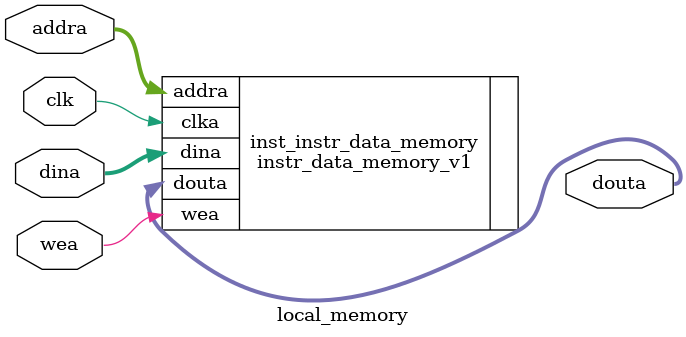
<source format=v>
module local_memory(

	input clk,
	input wea,
	input [11:0] addra,
	input [31:0] dina,
	output [31:0] douta

	);
	
	instr_data_memory_v1 inst_instr_data_memory(

	  .clka(clk), // input clka
	  .wea(wea), // input [0 : 0] wea
	  .addra(addra), // input [11 : 0] addra
	  .dina(dina), // input [31 : 0] dina
	  .douta(douta) // output [31 : 0] douta
	
	);

endmodule

</source>
